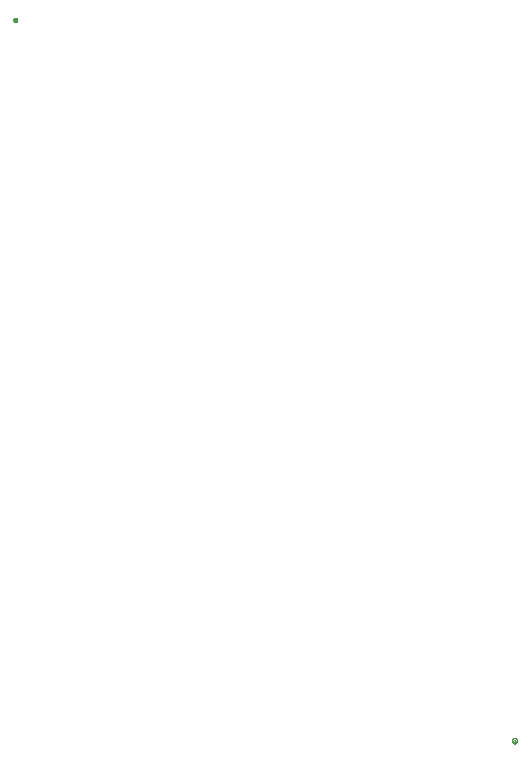
<source format=gbr>
G04 #@! TF.GenerationSoftware,KiCad,Pcbnew,(5.1.2-1)-1*
G04 #@! TF.CreationDate,2020-09-17T21:50:52+01:00*
G04 #@! TF.ProjectId,tranZPUter-SW-700_v1_2,7472616e-5a50-4557-9465-722d53572d37,rev?*
G04 #@! TF.SameCoordinates,Original*
G04 #@! TF.FileFunction,Glue,Top*
G04 #@! TF.FilePolarity,Positive*
%FSLAX46Y46*%
G04 Gerber Fmt 4.6, Leading zero omitted, Abs format (unit mm)*
G04 Created by KiCad (PCBNEW (5.1.2-1)-1) date 2020-09-17 21:50:52*
%MOMM*%
%LPD*%
G04 APERTURE LIST*
%ADD10C,0.093333*%
%ADD11C,0.066667*%
%ADD12C,0.100000*%
%ADD13C,0.116667*%
%ADD14C,0.083333*%
G04 APERTURE END LIST*
D10*
X132946667Y-49310000D02*
G75*
G03X132946667Y-49310000I-46667J0D01*
G01*
D11*
X133006667Y-49310000D02*
G75*
G03X133006667Y-49310000I-106667J0D01*
G01*
X133066667Y-49310000D02*
G75*
G03X133066667Y-49310000I-166667J0D01*
G01*
D12*
X133100000Y-49310000D02*
G75*
G03X133100000Y-49310000I-200000J0D01*
G01*
D13*
X175238333Y-110330000D02*
G75*
G03X175238333Y-110330000I-58333J0D01*
G01*
D14*
X175313333Y-110330000D02*
G75*
G03X175313333Y-110330000I-133333J0D01*
G01*
X175388333Y-110330000D02*
G75*
G03X175388333Y-110330000I-208333J0D01*
G01*
D12*
X175430000Y-110330000D02*
G75*
G03X175430000Y-110330000I-250000J0D01*
G01*
M02*

</source>
